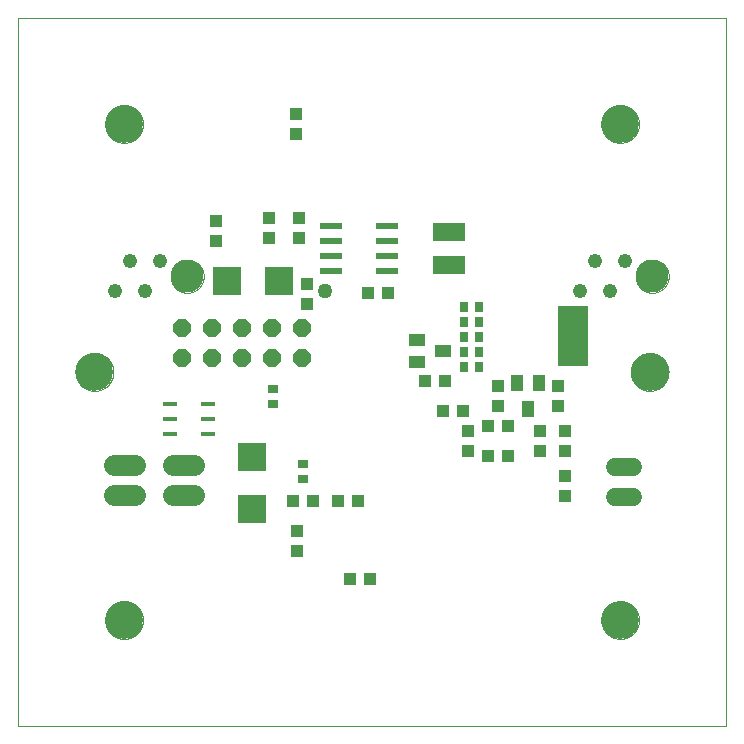
<source format=gbs>
G75*
%MOIN*%
%OFA0B0*%
%FSLAX25Y25*%
%IPPOS*%
%LPD*%
%AMOC8*
5,1,8,0,0,1.08239X$1,22.5*
%
%ADD10C,0.00000*%
%ADD11C,0.12598*%
%ADD12C,0.11024*%
%ADD13R,0.03937X0.04331*%
%ADD14R,0.10630X0.06299*%
%ADD15R,0.04331X0.03937*%
%ADD16R,0.09449X0.09449*%
%ADD17R,0.03937X0.05512*%
%ADD18R,0.05512X0.03937*%
%ADD19C,0.06000*%
%ADD20R,0.02756X0.03543*%
%ADD21C,0.05000*%
%ADD22R,0.07800X0.02200*%
%ADD23R,0.03543X0.02756*%
%ADD24OC8,0.06000*%
%ADD25C,0.07087*%
%ADD26R,0.10000X0.20000*%
%ADD27C,0.04800*%
%ADD28R,0.04800X0.01600*%
D10*
X0001000Y0001000D02*
X0001000Y0237220D01*
X0237220Y0237220D01*
X0237220Y0001000D01*
X0001000Y0001000D01*
X0030134Y0036433D02*
X0030136Y0036591D01*
X0030142Y0036749D01*
X0030152Y0036907D01*
X0030166Y0037065D01*
X0030184Y0037222D01*
X0030205Y0037379D01*
X0030231Y0037535D01*
X0030261Y0037691D01*
X0030294Y0037846D01*
X0030332Y0037999D01*
X0030373Y0038152D01*
X0030418Y0038304D01*
X0030467Y0038455D01*
X0030520Y0038604D01*
X0030576Y0038752D01*
X0030636Y0038898D01*
X0030700Y0039043D01*
X0030768Y0039186D01*
X0030839Y0039328D01*
X0030913Y0039468D01*
X0030991Y0039605D01*
X0031073Y0039741D01*
X0031157Y0039875D01*
X0031246Y0040006D01*
X0031337Y0040135D01*
X0031432Y0040262D01*
X0031529Y0040387D01*
X0031630Y0040509D01*
X0031734Y0040628D01*
X0031841Y0040745D01*
X0031951Y0040859D01*
X0032064Y0040970D01*
X0032179Y0041079D01*
X0032297Y0041184D01*
X0032418Y0041286D01*
X0032541Y0041386D01*
X0032667Y0041482D01*
X0032795Y0041575D01*
X0032925Y0041665D01*
X0033058Y0041751D01*
X0033193Y0041835D01*
X0033329Y0041914D01*
X0033468Y0041991D01*
X0033609Y0042063D01*
X0033751Y0042133D01*
X0033895Y0042198D01*
X0034041Y0042260D01*
X0034188Y0042318D01*
X0034337Y0042373D01*
X0034487Y0042424D01*
X0034638Y0042471D01*
X0034790Y0042514D01*
X0034943Y0042553D01*
X0035098Y0042589D01*
X0035253Y0042620D01*
X0035409Y0042648D01*
X0035565Y0042672D01*
X0035722Y0042692D01*
X0035880Y0042708D01*
X0036037Y0042720D01*
X0036196Y0042728D01*
X0036354Y0042732D01*
X0036512Y0042732D01*
X0036670Y0042728D01*
X0036829Y0042720D01*
X0036986Y0042708D01*
X0037144Y0042692D01*
X0037301Y0042672D01*
X0037457Y0042648D01*
X0037613Y0042620D01*
X0037768Y0042589D01*
X0037923Y0042553D01*
X0038076Y0042514D01*
X0038228Y0042471D01*
X0038379Y0042424D01*
X0038529Y0042373D01*
X0038678Y0042318D01*
X0038825Y0042260D01*
X0038971Y0042198D01*
X0039115Y0042133D01*
X0039257Y0042063D01*
X0039398Y0041991D01*
X0039537Y0041914D01*
X0039673Y0041835D01*
X0039808Y0041751D01*
X0039941Y0041665D01*
X0040071Y0041575D01*
X0040199Y0041482D01*
X0040325Y0041386D01*
X0040448Y0041286D01*
X0040569Y0041184D01*
X0040687Y0041079D01*
X0040802Y0040970D01*
X0040915Y0040859D01*
X0041025Y0040745D01*
X0041132Y0040628D01*
X0041236Y0040509D01*
X0041337Y0040387D01*
X0041434Y0040262D01*
X0041529Y0040135D01*
X0041620Y0040006D01*
X0041709Y0039875D01*
X0041793Y0039741D01*
X0041875Y0039605D01*
X0041953Y0039468D01*
X0042027Y0039328D01*
X0042098Y0039186D01*
X0042166Y0039043D01*
X0042230Y0038898D01*
X0042290Y0038752D01*
X0042346Y0038604D01*
X0042399Y0038455D01*
X0042448Y0038304D01*
X0042493Y0038152D01*
X0042534Y0037999D01*
X0042572Y0037846D01*
X0042605Y0037691D01*
X0042635Y0037535D01*
X0042661Y0037379D01*
X0042682Y0037222D01*
X0042700Y0037065D01*
X0042714Y0036907D01*
X0042724Y0036749D01*
X0042730Y0036591D01*
X0042732Y0036433D01*
X0042730Y0036275D01*
X0042724Y0036117D01*
X0042714Y0035959D01*
X0042700Y0035801D01*
X0042682Y0035644D01*
X0042661Y0035487D01*
X0042635Y0035331D01*
X0042605Y0035175D01*
X0042572Y0035020D01*
X0042534Y0034867D01*
X0042493Y0034714D01*
X0042448Y0034562D01*
X0042399Y0034411D01*
X0042346Y0034262D01*
X0042290Y0034114D01*
X0042230Y0033968D01*
X0042166Y0033823D01*
X0042098Y0033680D01*
X0042027Y0033538D01*
X0041953Y0033398D01*
X0041875Y0033261D01*
X0041793Y0033125D01*
X0041709Y0032991D01*
X0041620Y0032860D01*
X0041529Y0032731D01*
X0041434Y0032604D01*
X0041337Y0032479D01*
X0041236Y0032357D01*
X0041132Y0032238D01*
X0041025Y0032121D01*
X0040915Y0032007D01*
X0040802Y0031896D01*
X0040687Y0031787D01*
X0040569Y0031682D01*
X0040448Y0031580D01*
X0040325Y0031480D01*
X0040199Y0031384D01*
X0040071Y0031291D01*
X0039941Y0031201D01*
X0039808Y0031115D01*
X0039673Y0031031D01*
X0039537Y0030952D01*
X0039398Y0030875D01*
X0039257Y0030803D01*
X0039115Y0030733D01*
X0038971Y0030668D01*
X0038825Y0030606D01*
X0038678Y0030548D01*
X0038529Y0030493D01*
X0038379Y0030442D01*
X0038228Y0030395D01*
X0038076Y0030352D01*
X0037923Y0030313D01*
X0037768Y0030277D01*
X0037613Y0030246D01*
X0037457Y0030218D01*
X0037301Y0030194D01*
X0037144Y0030174D01*
X0036986Y0030158D01*
X0036829Y0030146D01*
X0036670Y0030138D01*
X0036512Y0030134D01*
X0036354Y0030134D01*
X0036196Y0030138D01*
X0036037Y0030146D01*
X0035880Y0030158D01*
X0035722Y0030174D01*
X0035565Y0030194D01*
X0035409Y0030218D01*
X0035253Y0030246D01*
X0035098Y0030277D01*
X0034943Y0030313D01*
X0034790Y0030352D01*
X0034638Y0030395D01*
X0034487Y0030442D01*
X0034337Y0030493D01*
X0034188Y0030548D01*
X0034041Y0030606D01*
X0033895Y0030668D01*
X0033751Y0030733D01*
X0033609Y0030803D01*
X0033468Y0030875D01*
X0033329Y0030952D01*
X0033193Y0031031D01*
X0033058Y0031115D01*
X0032925Y0031201D01*
X0032795Y0031291D01*
X0032667Y0031384D01*
X0032541Y0031480D01*
X0032418Y0031580D01*
X0032297Y0031682D01*
X0032179Y0031787D01*
X0032064Y0031896D01*
X0031951Y0032007D01*
X0031841Y0032121D01*
X0031734Y0032238D01*
X0031630Y0032357D01*
X0031529Y0032479D01*
X0031432Y0032604D01*
X0031337Y0032731D01*
X0031246Y0032860D01*
X0031157Y0032991D01*
X0031073Y0033125D01*
X0030991Y0033261D01*
X0030913Y0033398D01*
X0030839Y0033538D01*
X0030768Y0033680D01*
X0030700Y0033823D01*
X0030636Y0033968D01*
X0030576Y0034114D01*
X0030520Y0034262D01*
X0030467Y0034411D01*
X0030418Y0034562D01*
X0030373Y0034714D01*
X0030332Y0034867D01*
X0030294Y0035020D01*
X0030261Y0035175D01*
X0030231Y0035331D01*
X0030205Y0035487D01*
X0030184Y0035644D01*
X0030166Y0035801D01*
X0030152Y0035959D01*
X0030142Y0036117D01*
X0030136Y0036275D01*
X0030134Y0036433D01*
X0020292Y0119110D02*
X0020294Y0119268D01*
X0020300Y0119426D01*
X0020310Y0119584D01*
X0020324Y0119742D01*
X0020342Y0119899D01*
X0020363Y0120056D01*
X0020389Y0120212D01*
X0020419Y0120368D01*
X0020452Y0120523D01*
X0020490Y0120676D01*
X0020531Y0120829D01*
X0020576Y0120981D01*
X0020625Y0121132D01*
X0020678Y0121281D01*
X0020734Y0121429D01*
X0020794Y0121575D01*
X0020858Y0121720D01*
X0020926Y0121863D01*
X0020997Y0122005D01*
X0021071Y0122145D01*
X0021149Y0122282D01*
X0021231Y0122418D01*
X0021315Y0122552D01*
X0021404Y0122683D01*
X0021495Y0122812D01*
X0021590Y0122939D01*
X0021687Y0123064D01*
X0021788Y0123186D01*
X0021892Y0123305D01*
X0021999Y0123422D01*
X0022109Y0123536D01*
X0022222Y0123647D01*
X0022337Y0123756D01*
X0022455Y0123861D01*
X0022576Y0123963D01*
X0022699Y0124063D01*
X0022825Y0124159D01*
X0022953Y0124252D01*
X0023083Y0124342D01*
X0023216Y0124428D01*
X0023351Y0124512D01*
X0023487Y0124591D01*
X0023626Y0124668D01*
X0023767Y0124740D01*
X0023909Y0124810D01*
X0024053Y0124875D01*
X0024199Y0124937D01*
X0024346Y0124995D01*
X0024495Y0125050D01*
X0024645Y0125101D01*
X0024796Y0125148D01*
X0024948Y0125191D01*
X0025101Y0125230D01*
X0025256Y0125266D01*
X0025411Y0125297D01*
X0025567Y0125325D01*
X0025723Y0125349D01*
X0025880Y0125369D01*
X0026038Y0125385D01*
X0026195Y0125397D01*
X0026354Y0125405D01*
X0026512Y0125409D01*
X0026670Y0125409D01*
X0026828Y0125405D01*
X0026987Y0125397D01*
X0027144Y0125385D01*
X0027302Y0125369D01*
X0027459Y0125349D01*
X0027615Y0125325D01*
X0027771Y0125297D01*
X0027926Y0125266D01*
X0028081Y0125230D01*
X0028234Y0125191D01*
X0028386Y0125148D01*
X0028537Y0125101D01*
X0028687Y0125050D01*
X0028836Y0124995D01*
X0028983Y0124937D01*
X0029129Y0124875D01*
X0029273Y0124810D01*
X0029415Y0124740D01*
X0029556Y0124668D01*
X0029695Y0124591D01*
X0029831Y0124512D01*
X0029966Y0124428D01*
X0030099Y0124342D01*
X0030229Y0124252D01*
X0030357Y0124159D01*
X0030483Y0124063D01*
X0030606Y0123963D01*
X0030727Y0123861D01*
X0030845Y0123756D01*
X0030960Y0123647D01*
X0031073Y0123536D01*
X0031183Y0123422D01*
X0031290Y0123305D01*
X0031394Y0123186D01*
X0031495Y0123064D01*
X0031592Y0122939D01*
X0031687Y0122812D01*
X0031778Y0122683D01*
X0031867Y0122552D01*
X0031951Y0122418D01*
X0032033Y0122282D01*
X0032111Y0122145D01*
X0032185Y0122005D01*
X0032256Y0121863D01*
X0032324Y0121720D01*
X0032388Y0121575D01*
X0032448Y0121429D01*
X0032504Y0121281D01*
X0032557Y0121132D01*
X0032606Y0120981D01*
X0032651Y0120829D01*
X0032692Y0120676D01*
X0032730Y0120523D01*
X0032763Y0120368D01*
X0032793Y0120212D01*
X0032819Y0120056D01*
X0032840Y0119899D01*
X0032858Y0119742D01*
X0032872Y0119584D01*
X0032882Y0119426D01*
X0032888Y0119268D01*
X0032890Y0119110D01*
X0032888Y0118952D01*
X0032882Y0118794D01*
X0032872Y0118636D01*
X0032858Y0118478D01*
X0032840Y0118321D01*
X0032819Y0118164D01*
X0032793Y0118008D01*
X0032763Y0117852D01*
X0032730Y0117697D01*
X0032692Y0117544D01*
X0032651Y0117391D01*
X0032606Y0117239D01*
X0032557Y0117088D01*
X0032504Y0116939D01*
X0032448Y0116791D01*
X0032388Y0116645D01*
X0032324Y0116500D01*
X0032256Y0116357D01*
X0032185Y0116215D01*
X0032111Y0116075D01*
X0032033Y0115938D01*
X0031951Y0115802D01*
X0031867Y0115668D01*
X0031778Y0115537D01*
X0031687Y0115408D01*
X0031592Y0115281D01*
X0031495Y0115156D01*
X0031394Y0115034D01*
X0031290Y0114915D01*
X0031183Y0114798D01*
X0031073Y0114684D01*
X0030960Y0114573D01*
X0030845Y0114464D01*
X0030727Y0114359D01*
X0030606Y0114257D01*
X0030483Y0114157D01*
X0030357Y0114061D01*
X0030229Y0113968D01*
X0030099Y0113878D01*
X0029966Y0113792D01*
X0029831Y0113708D01*
X0029695Y0113629D01*
X0029556Y0113552D01*
X0029415Y0113480D01*
X0029273Y0113410D01*
X0029129Y0113345D01*
X0028983Y0113283D01*
X0028836Y0113225D01*
X0028687Y0113170D01*
X0028537Y0113119D01*
X0028386Y0113072D01*
X0028234Y0113029D01*
X0028081Y0112990D01*
X0027926Y0112954D01*
X0027771Y0112923D01*
X0027615Y0112895D01*
X0027459Y0112871D01*
X0027302Y0112851D01*
X0027144Y0112835D01*
X0026987Y0112823D01*
X0026828Y0112815D01*
X0026670Y0112811D01*
X0026512Y0112811D01*
X0026354Y0112815D01*
X0026195Y0112823D01*
X0026038Y0112835D01*
X0025880Y0112851D01*
X0025723Y0112871D01*
X0025567Y0112895D01*
X0025411Y0112923D01*
X0025256Y0112954D01*
X0025101Y0112990D01*
X0024948Y0113029D01*
X0024796Y0113072D01*
X0024645Y0113119D01*
X0024495Y0113170D01*
X0024346Y0113225D01*
X0024199Y0113283D01*
X0024053Y0113345D01*
X0023909Y0113410D01*
X0023767Y0113480D01*
X0023626Y0113552D01*
X0023487Y0113629D01*
X0023351Y0113708D01*
X0023216Y0113792D01*
X0023083Y0113878D01*
X0022953Y0113968D01*
X0022825Y0114061D01*
X0022699Y0114157D01*
X0022576Y0114257D01*
X0022455Y0114359D01*
X0022337Y0114464D01*
X0022222Y0114573D01*
X0022109Y0114684D01*
X0021999Y0114798D01*
X0021892Y0114915D01*
X0021788Y0115034D01*
X0021687Y0115156D01*
X0021590Y0115281D01*
X0021495Y0115408D01*
X0021404Y0115537D01*
X0021315Y0115668D01*
X0021231Y0115802D01*
X0021149Y0115938D01*
X0021071Y0116075D01*
X0020997Y0116215D01*
X0020926Y0116357D01*
X0020858Y0116500D01*
X0020794Y0116645D01*
X0020734Y0116791D01*
X0020678Y0116939D01*
X0020625Y0117088D01*
X0020576Y0117239D01*
X0020531Y0117391D01*
X0020490Y0117544D01*
X0020452Y0117697D01*
X0020419Y0117852D01*
X0020389Y0118008D01*
X0020363Y0118164D01*
X0020342Y0118321D01*
X0020324Y0118478D01*
X0020310Y0118636D01*
X0020300Y0118794D01*
X0020294Y0118952D01*
X0020292Y0119110D01*
X0051988Y0151000D02*
X0051990Y0151148D01*
X0051996Y0151296D01*
X0052006Y0151444D01*
X0052020Y0151591D01*
X0052038Y0151738D01*
X0052059Y0151884D01*
X0052085Y0152030D01*
X0052115Y0152175D01*
X0052148Y0152319D01*
X0052186Y0152462D01*
X0052227Y0152604D01*
X0052272Y0152745D01*
X0052320Y0152885D01*
X0052373Y0153024D01*
X0052429Y0153161D01*
X0052489Y0153296D01*
X0052552Y0153430D01*
X0052619Y0153562D01*
X0052690Y0153692D01*
X0052764Y0153820D01*
X0052841Y0153946D01*
X0052922Y0154070D01*
X0053006Y0154192D01*
X0053093Y0154311D01*
X0053184Y0154428D01*
X0053278Y0154543D01*
X0053374Y0154655D01*
X0053474Y0154765D01*
X0053576Y0154871D01*
X0053682Y0154975D01*
X0053790Y0155076D01*
X0053901Y0155174D01*
X0054014Y0155270D01*
X0054130Y0155362D01*
X0054248Y0155451D01*
X0054369Y0155536D01*
X0054492Y0155619D01*
X0054617Y0155698D01*
X0054744Y0155774D01*
X0054873Y0155846D01*
X0055004Y0155915D01*
X0055137Y0155980D01*
X0055272Y0156041D01*
X0055408Y0156099D01*
X0055545Y0156154D01*
X0055684Y0156204D01*
X0055825Y0156251D01*
X0055966Y0156294D01*
X0056109Y0156334D01*
X0056253Y0156369D01*
X0056397Y0156401D01*
X0056543Y0156428D01*
X0056689Y0156452D01*
X0056836Y0156472D01*
X0056983Y0156488D01*
X0057130Y0156500D01*
X0057278Y0156508D01*
X0057426Y0156512D01*
X0057574Y0156512D01*
X0057722Y0156508D01*
X0057870Y0156500D01*
X0058017Y0156488D01*
X0058164Y0156472D01*
X0058311Y0156452D01*
X0058457Y0156428D01*
X0058603Y0156401D01*
X0058747Y0156369D01*
X0058891Y0156334D01*
X0059034Y0156294D01*
X0059175Y0156251D01*
X0059316Y0156204D01*
X0059455Y0156154D01*
X0059592Y0156099D01*
X0059728Y0156041D01*
X0059863Y0155980D01*
X0059996Y0155915D01*
X0060127Y0155846D01*
X0060256Y0155774D01*
X0060383Y0155698D01*
X0060508Y0155619D01*
X0060631Y0155536D01*
X0060752Y0155451D01*
X0060870Y0155362D01*
X0060986Y0155270D01*
X0061099Y0155174D01*
X0061210Y0155076D01*
X0061318Y0154975D01*
X0061424Y0154871D01*
X0061526Y0154765D01*
X0061626Y0154655D01*
X0061722Y0154543D01*
X0061816Y0154428D01*
X0061907Y0154311D01*
X0061994Y0154192D01*
X0062078Y0154070D01*
X0062159Y0153946D01*
X0062236Y0153820D01*
X0062310Y0153692D01*
X0062381Y0153562D01*
X0062448Y0153430D01*
X0062511Y0153296D01*
X0062571Y0153161D01*
X0062627Y0153024D01*
X0062680Y0152885D01*
X0062728Y0152745D01*
X0062773Y0152604D01*
X0062814Y0152462D01*
X0062852Y0152319D01*
X0062885Y0152175D01*
X0062915Y0152030D01*
X0062941Y0151884D01*
X0062962Y0151738D01*
X0062980Y0151591D01*
X0062994Y0151444D01*
X0063004Y0151296D01*
X0063010Y0151148D01*
X0063012Y0151000D01*
X0063010Y0150852D01*
X0063004Y0150704D01*
X0062994Y0150556D01*
X0062980Y0150409D01*
X0062962Y0150262D01*
X0062941Y0150116D01*
X0062915Y0149970D01*
X0062885Y0149825D01*
X0062852Y0149681D01*
X0062814Y0149538D01*
X0062773Y0149396D01*
X0062728Y0149255D01*
X0062680Y0149115D01*
X0062627Y0148976D01*
X0062571Y0148839D01*
X0062511Y0148704D01*
X0062448Y0148570D01*
X0062381Y0148438D01*
X0062310Y0148308D01*
X0062236Y0148180D01*
X0062159Y0148054D01*
X0062078Y0147930D01*
X0061994Y0147808D01*
X0061907Y0147689D01*
X0061816Y0147572D01*
X0061722Y0147457D01*
X0061626Y0147345D01*
X0061526Y0147235D01*
X0061424Y0147129D01*
X0061318Y0147025D01*
X0061210Y0146924D01*
X0061099Y0146826D01*
X0060986Y0146730D01*
X0060870Y0146638D01*
X0060752Y0146549D01*
X0060631Y0146464D01*
X0060508Y0146381D01*
X0060383Y0146302D01*
X0060256Y0146226D01*
X0060127Y0146154D01*
X0059996Y0146085D01*
X0059863Y0146020D01*
X0059728Y0145959D01*
X0059592Y0145901D01*
X0059455Y0145846D01*
X0059316Y0145796D01*
X0059175Y0145749D01*
X0059034Y0145706D01*
X0058891Y0145666D01*
X0058747Y0145631D01*
X0058603Y0145599D01*
X0058457Y0145572D01*
X0058311Y0145548D01*
X0058164Y0145528D01*
X0058017Y0145512D01*
X0057870Y0145500D01*
X0057722Y0145492D01*
X0057574Y0145488D01*
X0057426Y0145488D01*
X0057278Y0145492D01*
X0057130Y0145500D01*
X0056983Y0145512D01*
X0056836Y0145528D01*
X0056689Y0145548D01*
X0056543Y0145572D01*
X0056397Y0145599D01*
X0056253Y0145631D01*
X0056109Y0145666D01*
X0055966Y0145706D01*
X0055825Y0145749D01*
X0055684Y0145796D01*
X0055545Y0145846D01*
X0055408Y0145901D01*
X0055272Y0145959D01*
X0055137Y0146020D01*
X0055004Y0146085D01*
X0054873Y0146154D01*
X0054744Y0146226D01*
X0054617Y0146302D01*
X0054492Y0146381D01*
X0054369Y0146464D01*
X0054248Y0146549D01*
X0054130Y0146638D01*
X0054014Y0146730D01*
X0053901Y0146826D01*
X0053790Y0146924D01*
X0053682Y0147025D01*
X0053576Y0147129D01*
X0053474Y0147235D01*
X0053374Y0147345D01*
X0053278Y0147457D01*
X0053184Y0147572D01*
X0053093Y0147689D01*
X0053006Y0147808D01*
X0052922Y0147930D01*
X0052841Y0148054D01*
X0052764Y0148180D01*
X0052690Y0148308D01*
X0052619Y0148438D01*
X0052552Y0148570D01*
X0052489Y0148704D01*
X0052429Y0148839D01*
X0052373Y0148976D01*
X0052320Y0149115D01*
X0052272Y0149255D01*
X0052227Y0149396D01*
X0052186Y0149538D01*
X0052148Y0149681D01*
X0052115Y0149825D01*
X0052085Y0149970D01*
X0052059Y0150116D01*
X0052038Y0150262D01*
X0052020Y0150409D01*
X0052006Y0150556D01*
X0051996Y0150704D01*
X0051990Y0150852D01*
X0051988Y0151000D01*
X0030134Y0201787D02*
X0030136Y0201945D01*
X0030142Y0202103D01*
X0030152Y0202261D01*
X0030166Y0202419D01*
X0030184Y0202576D01*
X0030205Y0202733D01*
X0030231Y0202889D01*
X0030261Y0203045D01*
X0030294Y0203200D01*
X0030332Y0203353D01*
X0030373Y0203506D01*
X0030418Y0203658D01*
X0030467Y0203809D01*
X0030520Y0203958D01*
X0030576Y0204106D01*
X0030636Y0204252D01*
X0030700Y0204397D01*
X0030768Y0204540D01*
X0030839Y0204682D01*
X0030913Y0204822D01*
X0030991Y0204959D01*
X0031073Y0205095D01*
X0031157Y0205229D01*
X0031246Y0205360D01*
X0031337Y0205489D01*
X0031432Y0205616D01*
X0031529Y0205741D01*
X0031630Y0205863D01*
X0031734Y0205982D01*
X0031841Y0206099D01*
X0031951Y0206213D01*
X0032064Y0206324D01*
X0032179Y0206433D01*
X0032297Y0206538D01*
X0032418Y0206640D01*
X0032541Y0206740D01*
X0032667Y0206836D01*
X0032795Y0206929D01*
X0032925Y0207019D01*
X0033058Y0207105D01*
X0033193Y0207189D01*
X0033329Y0207268D01*
X0033468Y0207345D01*
X0033609Y0207417D01*
X0033751Y0207487D01*
X0033895Y0207552D01*
X0034041Y0207614D01*
X0034188Y0207672D01*
X0034337Y0207727D01*
X0034487Y0207778D01*
X0034638Y0207825D01*
X0034790Y0207868D01*
X0034943Y0207907D01*
X0035098Y0207943D01*
X0035253Y0207974D01*
X0035409Y0208002D01*
X0035565Y0208026D01*
X0035722Y0208046D01*
X0035880Y0208062D01*
X0036037Y0208074D01*
X0036196Y0208082D01*
X0036354Y0208086D01*
X0036512Y0208086D01*
X0036670Y0208082D01*
X0036829Y0208074D01*
X0036986Y0208062D01*
X0037144Y0208046D01*
X0037301Y0208026D01*
X0037457Y0208002D01*
X0037613Y0207974D01*
X0037768Y0207943D01*
X0037923Y0207907D01*
X0038076Y0207868D01*
X0038228Y0207825D01*
X0038379Y0207778D01*
X0038529Y0207727D01*
X0038678Y0207672D01*
X0038825Y0207614D01*
X0038971Y0207552D01*
X0039115Y0207487D01*
X0039257Y0207417D01*
X0039398Y0207345D01*
X0039537Y0207268D01*
X0039673Y0207189D01*
X0039808Y0207105D01*
X0039941Y0207019D01*
X0040071Y0206929D01*
X0040199Y0206836D01*
X0040325Y0206740D01*
X0040448Y0206640D01*
X0040569Y0206538D01*
X0040687Y0206433D01*
X0040802Y0206324D01*
X0040915Y0206213D01*
X0041025Y0206099D01*
X0041132Y0205982D01*
X0041236Y0205863D01*
X0041337Y0205741D01*
X0041434Y0205616D01*
X0041529Y0205489D01*
X0041620Y0205360D01*
X0041709Y0205229D01*
X0041793Y0205095D01*
X0041875Y0204959D01*
X0041953Y0204822D01*
X0042027Y0204682D01*
X0042098Y0204540D01*
X0042166Y0204397D01*
X0042230Y0204252D01*
X0042290Y0204106D01*
X0042346Y0203958D01*
X0042399Y0203809D01*
X0042448Y0203658D01*
X0042493Y0203506D01*
X0042534Y0203353D01*
X0042572Y0203200D01*
X0042605Y0203045D01*
X0042635Y0202889D01*
X0042661Y0202733D01*
X0042682Y0202576D01*
X0042700Y0202419D01*
X0042714Y0202261D01*
X0042724Y0202103D01*
X0042730Y0201945D01*
X0042732Y0201787D01*
X0042730Y0201629D01*
X0042724Y0201471D01*
X0042714Y0201313D01*
X0042700Y0201155D01*
X0042682Y0200998D01*
X0042661Y0200841D01*
X0042635Y0200685D01*
X0042605Y0200529D01*
X0042572Y0200374D01*
X0042534Y0200221D01*
X0042493Y0200068D01*
X0042448Y0199916D01*
X0042399Y0199765D01*
X0042346Y0199616D01*
X0042290Y0199468D01*
X0042230Y0199322D01*
X0042166Y0199177D01*
X0042098Y0199034D01*
X0042027Y0198892D01*
X0041953Y0198752D01*
X0041875Y0198615D01*
X0041793Y0198479D01*
X0041709Y0198345D01*
X0041620Y0198214D01*
X0041529Y0198085D01*
X0041434Y0197958D01*
X0041337Y0197833D01*
X0041236Y0197711D01*
X0041132Y0197592D01*
X0041025Y0197475D01*
X0040915Y0197361D01*
X0040802Y0197250D01*
X0040687Y0197141D01*
X0040569Y0197036D01*
X0040448Y0196934D01*
X0040325Y0196834D01*
X0040199Y0196738D01*
X0040071Y0196645D01*
X0039941Y0196555D01*
X0039808Y0196469D01*
X0039673Y0196385D01*
X0039537Y0196306D01*
X0039398Y0196229D01*
X0039257Y0196157D01*
X0039115Y0196087D01*
X0038971Y0196022D01*
X0038825Y0195960D01*
X0038678Y0195902D01*
X0038529Y0195847D01*
X0038379Y0195796D01*
X0038228Y0195749D01*
X0038076Y0195706D01*
X0037923Y0195667D01*
X0037768Y0195631D01*
X0037613Y0195600D01*
X0037457Y0195572D01*
X0037301Y0195548D01*
X0037144Y0195528D01*
X0036986Y0195512D01*
X0036829Y0195500D01*
X0036670Y0195492D01*
X0036512Y0195488D01*
X0036354Y0195488D01*
X0036196Y0195492D01*
X0036037Y0195500D01*
X0035880Y0195512D01*
X0035722Y0195528D01*
X0035565Y0195548D01*
X0035409Y0195572D01*
X0035253Y0195600D01*
X0035098Y0195631D01*
X0034943Y0195667D01*
X0034790Y0195706D01*
X0034638Y0195749D01*
X0034487Y0195796D01*
X0034337Y0195847D01*
X0034188Y0195902D01*
X0034041Y0195960D01*
X0033895Y0196022D01*
X0033751Y0196087D01*
X0033609Y0196157D01*
X0033468Y0196229D01*
X0033329Y0196306D01*
X0033193Y0196385D01*
X0033058Y0196469D01*
X0032925Y0196555D01*
X0032795Y0196645D01*
X0032667Y0196738D01*
X0032541Y0196834D01*
X0032418Y0196934D01*
X0032297Y0197036D01*
X0032179Y0197141D01*
X0032064Y0197250D01*
X0031951Y0197361D01*
X0031841Y0197475D01*
X0031734Y0197592D01*
X0031630Y0197711D01*
X0031529Y0197833D01*
X0031432Y0197958D01*
X0031337Y0198085D01*
X0031246Y0198214D01*
X0031157Y0198345D01*
X0031073Y0198479D01*
X0030991Y0198615D01*
X0030913Y0198752D01*
X0030839Y0198892D01*
X0030768Y0199034D01*
X0030700Y0199177D01*
X0030636Y0199322D01*
X0030576Y0199468D01*
X0030520Y0199616D01*
X0030467Y0199765D01*
X0030418Y0199916D01*
X0030373Y0200068D01*
X0030332Y0200221D01*
X0030294Y0200374D01*
X0030261Y0200529D01*
X0030231Y0200685D01*
X0030205Y0200841D01*
X0030184Y0200998D01*
X0030166Y0201155D01*
X0030152Y0201313D01*
X0030142Y0201471D01*
X0030136Y0201629D01*
X0030134Y0201787D01*
X0195488Y0201787D02*
X0195490Y0201945D01*
X0195496Y0202103D01*
X0195506Y0202261D01*
X0195520Y0202419D01*
X0195538Y0202576D01*
X0195559Y0202733D01*
X0195585Y0202889D01*
X0195615Y0203045D01*
X0195648Y0203200D01*
X0195686Y0203353D01*
X0195727Y0203506D01*
X0195772Y0203658D01*
X0195821Y0203809D01*
X0195874Y0203958D01*
X0195930Y0204106D01*
X0195990Y0204252D01*
X0196054Y0204397D01*
X0196122Y0204540D01*
X0196193Y0204682D01*
X0196267Y0204822D01*
X0196345Y0204959D01*
X0196427Y0205095D01*
X0196511Y0205229D01*
X0196600Y0205360D01*
X0196691Y0205489D01*
X0196786Y0205616D01*
X0196883Y0205741D01*
X0196984Y0205863D01*
X0197088Y0205982D01*
X0197195Y0206099D01*
X0197305Y0206213D01*
X0197418Y0206324D01*
X0197533Y0206433D01*
X0197651Y0206538D01*
X0197772Y0206640D01*
X0197895Y0206740D01*
X0198021Y0206836D01*
X0198149Y0206929D01*
X0198279Y0207019D01*
X0198412Y0207105D01*
X0198547Y0207189D01*
X0198683Y0207268D01*
X0198822Y0207345D01*
X0198963Y0207417D01*
X0199105Y0207487D01*
X0199249Y0207552D01*
X0199395Y0207614D01*
X0199542Y0207672D01*
X0199691Y0207727D01*
X0199841Y0207778D01*
X0199992Y0207825D01*
X0200144Y0207868D01*
X0200297Y0207907D01*
X0200452Y0207943D01*
X0200607Y0207974D01*
X0200763Y0208002D01*
X0200919Y0208026D01*
X0201076Y0208046D01*
X0201234Y0208062D01*
X0201391Y0208074D01*
X0201550Y0208082D01*
X0201708Y0208086D01*
X0201866Y0208086D01*
X0202024Y0208082D01*
X0202183Y0208074D01*
X0202340Y0208062D01*
X0202498Y0208046D01*
X0202655Y0208026D01*
X0202811Y0208002D01*
X0202967Y0207974D01*
X0203122Y0207943D01*
X0203277Y0207907D01*
X0203430Y0207868D01*
X0203582Y0207825D01*
X0203733Y0207778D01*
X0203883Y0207727D01*
X0204032Y0207672D01*
X0204179Y0207614D01*
X0204325Y0207552D01*
X0204469Y0207487D01*
X0204611Y0207417D01*
X0204752Y0207345D01*
X0204891Y0207268D01*
X0205027Y0207189D01*
X0205162Y0207105D01*
X0205295Y0207019D01*
X0205425Y0206929D01*
X0205553Y0206836D01*
X0205679Y0206740D01*
X0205802Y0206640D01*
X0205923Y0206538D01*
X0206041Y0206433D01*
X0206156Y0206324D01*
X0206269Y0206213D01*
X0206379Y0206099D01*
X0206486Y0205982D01*
X0206590Y0205863D01*
X0206691Y0205741D01*
X0206788Y0205616D01*
X0206883Y0205489D01*
X0206974Y0205360D01*
X0207063Y0205229D01*
X0207147Y0205095D01*
X0207229Y0204959D01*
X0207307Y0204822D01*
X0207381Y0204682D01*
X0207452Y0204540D01*
X0207520Y0204397D01*
X0207584Y0204252D01*
X0207644Y0204106D01*
X0207700Y0203958D01*
X0207753Y0203809D01*
X0207802Y0203658D01*
X0207847Y0203506D01*
X0207888Y0203353D01*
X0207926Y0203200D01*
X0207959Y0203045D01*
X0207989Y0202889D01*
X0208015Y0202733D01*
X0208036Y0202576D01*
X0208054Y0202419D01*
X0208068Y0202261D01*
X0208078Y0202103D01*
X0208084Y0201945D01*
X0208086Y0201787D01*
X0208084Y0201629D01*
X0208078Y0201471D01*
X0208068Y0201313D01*
X0208054Y0201155D01*
X0208036Y0200998D01*
X0208015Y0200841D01*
X0207989Y0200685D01*
X0207959Y0200529D01*
X0207926Y0200374D01*
X0207888Y0200221D01*
X0207847Y0200068D01*
X0207802Y0199916D01*
X0207753Y0199765D01*
X0207700Y0199616D01*
X0207644Y0199468D01*
X0207584Y0199322D01*
X0207520Y0199177D01*
X0207452Y0199034D01*
X0207381Y0198892D01*
X0207307Y0198752D01*
X0207229Y0198615D01*
X0207147Y0198479D01*
X0207063Y0198345D01*
X0206974Y0198214D01*
X0206883Y0198085D01*
X0206788Y0197958D01*
X0206691Y0197833D01*
X0206590Y0197711D01*
X0206486Y0197592D01*
X0206379Y0197475D01*
X0206269Y0197361D01*
X0206156Y0197250D01*
X0206041Y0197141D01*
X0205923Y0197036D01*
X0205802Y0196934D01*
X0205679Y0196834D01*
X0205553Y0196738D01*
X0205425Y0196645D01*
X0205295Y0196555D01*
X0205162Y0196469D01*
X0205027Y0196385D01*
X0204891Y0196306D01*
X0204752Y0196229D01*
X0204611Y0196157D01*
X0204469Y0196087D01*
X0204325Y0196022D01*
X0204179Y0195960D01*
X0204032Y0195902D01*
X0203883Y0195847D01*
X0203733Y0195796D01*
X0203582Y0195749D01*
X0203430Y0195706D01*
X0203277Y0195667D01*
X0203122Y0195631D01*
X0202967Y0195600D01*
X0202811Y0195572D01*
X0202655Y0195548D01*
X0202498Y0195528D01*
X0202340Y0195512D01*
X0202183Y0195500D01*
X0202024Y0195492D01*
X0201866Y0195488D01*
X0201708Y0195488D01*
X0201550Y0195492D01*
X0201391Y0195500D01*
X0201234Y0195512D01*
X0201076Y0195528D01*
X0200919Y0195548D01*
X0200763Y0195572D01*
X0200607Y0195600D01*
X0200452Y0195631D01*
X0200297Y0195667D01*
X0200144Y0195706D01*
X0199992Y0195749D01*
X0199841Y0195796D01*
X0199691Y0195847D01*
X0199542Y0195902D01*
X0199395Y0195960D01*
X0199249Y0196022D01*
X0199105Y0196087D01*
X0198963Y0196157D01*
X0198822Y0196229D01*
X0198683Y0196306D01*
X0198547Y0196385D01*
X0198412Y0196469D01*
X0198279Y0196555D01*
X0198149Y0196645D01*
X0198021Y0196738D01*
X0197895Y0196834D01*
X0197772Y0196934D01*
X0197651Y0197036D01*
X0197533Y0197141D01*
X0197418Y0197250D01*
X0197305Y0197361D01*
X0197195Y0197475D01*
X0197088Y0197592D01*
X0196984Y0197711D01*
X0196883Y0197833D01*
X0196786Y0197958D01*
X0196691Y0198085D01*
X0196600Y0198214D01*
X0196511Y0198345D01*
X0196427Y0198479D01*
X0196345Y0198615D01*
X0196267Y0198752D01*
X0196193Y0198892D01*
X0196122Y0199034D01*
X0196054Y0199177D01*
X0195990Y0199322D01*
X0195930Y0199468D01*
X0195874Y0199616D01*
X0195821Y0199765D01*
X0195772Y0199916D01*
X0195727Y0200068D01*
X0195686Y0200221D01*
X0195648Y0200374D01*
X0195615Y0200529D01*
X0195585Y0200685D01*
X0195559Y0200841D01*
X0195538Y0200998D01*
X0195520Y0201155D01*
X0195506Y0201313D01*
X0195496Y0201471D01*
X0195490Y0201629D01*
X0195488Y0201787D01*
X0206988Y0151000D02*
X0206990Y0151148D01*
X0206996Y0151296D01*
X0207006Y0151444D01*
X0207020Y0151591D01*
X0207038Y0151738D01*
X0207059Y0151884D01*
X0207085Y0152030D01*
X0207115Y0152175D01*
X0207148Y0152319D01*
X0207186Y0152462D01*
X0207227Y0152604D01*
X0207272Y0152745D01*
X0207320Y0152885D01*
X0207373Y0153024D01*
X0207429Y0153161D01*
X0207489Y0153296D01*
X0207552Y0153430D01*
X0207619Y0153562D01*
X0207690Y0153692D01*
X0207764Y0153820D01*
X0207841Y0153946D01*
X0207922Y0154070D01*
X0208006Y0154192D01*
X0208093Y0154311D01*
X0208184Y0154428D01*
X0208278Y0154543D01*
X0208374Y0154655D01*
X0208474Y0154765D01*
X0208576Y0154871D01*
X0208682Y0154975D01*
X0208790Y0155076D01*
X0208901Y0155174D01*
X0209014Y0155270D01*
X0209130Y0155362D01*
X0209248Y0155451D01*
X0209369Y0155536D01*
X0209492Y0155619D01*
X0209617Y0155698D01*
X0209744Y0155774D01*
X0209873Y0155846D01*
X0210004Y0155915D01*
X0210137Y0155980D01*
X0210272Y0156041D01*
X0210408Y0156099D01*
X0210545Y0156154D01*
X0210684Y0156204D01*
X0210825Y0156251D01*
X0210966Y0156294D01*
X0211109Y0156334D01*
X0211253Y0156369D01*
X0211397Y0156401D01*
X0211543Y0156428D01*
X0211689Y0156452D01*
X0211836Y0156472D01*
X0211983Y0156488D01*
X0212130Y0156500D01*
X0212278Y0156508D01*
X0212426Y0156512D01*
X0212574Y0156512D01*
X0212722Y0156508D01*
X0212870Y0156500D01*
X0213017Y0156488D01*
X0213164Y0156472D01*
X0213311Y0156452D01*
X0213457Y0156428D01*
X0213603Y0156401D01*
X0213747Y0156369D01*
X0213891Y0156334D01*
X0214034Y0156294D01*
X0214175Y0156251D01*
X0214316Y0156204D01*
X0214455Y0156154D01*
X0214592Y0156099D01*
X0214728Y0156041D01*
X0214863Y0155980D01*
X0214996Y0155915D01*
X0215127Y0155846D01*
X0215256Y0155774D01*
X0215383Y0155698D01*
X0215508Y0155619D01*
X0215631Y0155536D01*
X0215752Y0155451D01*
X0215870Y0155362D01*
X0215986Y0155270D01*
X0216099Y0155174D01*
X0216210Y0155076D01*
X0216318Y0154975D01*
X0216424Y0154871D01*
X0216526Y0154765D01*
X0216626Y0154655D01*
X0216722Y0154543D01*
X0216816Y0154428D01*
X0216907Y0154311D01*
X0216994Y0154192D01*
X0217078Y0154070D01*
X0217159Y0153946D01*
X0217236Y0153820D01*
X0217310Y0153692D01*
X0217381Y0153562D01*
X0217448Y0153430D01*
X0217511Y0153296D01*
X0217571Y0153161D01*
X0217627Y0153024D01*
X0217680Y0152885D01*
X0217728Y0152745D01*
X0217773Y0152604D01*
X0217814Y0152462D01*
X0217852Y0152319D01*
X0217885Y0152175D01*
X0217915Y0152030D01*
X0217941Y0151884D01*
X0217962Y0151738D01*
X0217980Y0151591D01*
X0217994Y0151444D01*
X0218004Y0151296D01*
X0218010Y0151148D01*
X0218012Y0151000D01*
X0218010Y0150852D01*
X0218004Y0150704D01*
X0217994Y0150556D01*
X0217980Y0150409D01*
X0217962Y0150262D01*
X0217941Y0150116D01*
X0217915Y0149970D01*
X0217885Y0149825D01*
X0217852Y0149681D01*
X0217814Y0149538D01*
X0217773Y0149396D01*
X0217728Y0149255D01*
X0217680Y0149115D01*
X0217627Y0148976D01*
X0217571Y0148839D01*
X0217511Y0148704D01*
X0217448Y0148570D01*
X0217381Y0148438D01*
X0217310Y0148308D01*
X0217236Y0148180D01*
X0217159Y0148054D01*
X0217078Y0147930D01*
X0216994Y0147808D01*
X0216907Y0147689D01*
X0216816Y0147572D01*
X0216722Y0147457D01*
X0216626Y0147345D01*
X0216526Y0147235D01*
X0216424Y0147129D01*
X0216318Y0147025D01*
X0216210Y0146924D01*
X0216099Y0146826D01*
X0215986Y0146730D01*
X0215870Y0146638D01*
X0215752Y0146549D01*
X0215631Y0146464D01*
X0215508Y0146381D01*
X0215383Y0146302D01*
X0215256Y0146226D01*
X0215127Y0146154D01*
X0214996Y0146085D01*
X0214863Y0146020D01*
X0214728Y0145959D01*
X0214592Y0145901D01*
X0214455Y0145846D01*
X0214316Y0145796D01*
X0214175Y0145749D01*
X0214034Y0145706D01*
X0213891Y0145666D01*
X0213747Y0145631D01*
X0213603Y0145599D01*
X0213457Y0145572D01*
X0213311Y0145548D01*
X0213164Y0145528D01*
X0213017Y0145512D01*
X0212870Y0145500D01*
X0212722Y0145492D01*
X0212574Y0145488D01*
X0212426Y0145488D01*
X0212278Y0145492D01*
X0212130Y0145500D01*
X0211983Y0145512D01*
X0211836Y0145528D01*
X0211689Y0145548D01*
X0211543Y0145572D01*
X0211397Y0145599D01*
X0211253Y0145631D01*
X0211109Y0145666D01*
X0210966Y0145706D01*
X0210825Y0145749D01*
X0210684Y0145796D01*
X0210545Y0145846D01*
X0210408Y0145901D01*
X0210272Y0145959D01*
X0210137Y0146020D01*
X0210004Y0146085D01*
X0209873Y0146154D01*
X0209744Y0146226D01*
X0209617Y0146302D01*
X0209492Y0146381D01*
X0209369Y0146464D01*
X0209248Y0146549D01*
X0209130Y0146638D01*
X0209014Y0146730D01*
X0208901Y0146826D01*
X0208790Y0146924D01*
X0208682Y0147025D01*
X0208576Y0147129D01*
X0208474Y0147235D01*
X0208374Y0147345D01*
X0208278Y0147457D01*
X0208184Y0147572D01*
X0208093Y0147689D01*
X0208006Y0147808D01*
X0207922Y0147930D01*
X0207841Y0148054D01*
X0207764Y0148180D01*
X0207690Y0148308D01*
X0207619Y0148438D01*
X0207552Y0148570D01*
X0207489Y0148704D01*
X0207429Y0148839D01*
X0207373Y0148976D01*
X0207320Y0149115D01*
X0207272Y0149255D01*
X0207227Y0149396D01*
X0207186Y0149538D01*
X0207148Y0149681D01*
X0207115Y0149825D01*
X0207085Y0149970D01*
X0207059Y0150116D01*
X0207038Y0150262D01*
X0207020Y0150409D01*
X0207006Y0150556D01*
X0206996Y0150704D01*
X0206990Y0150852D01*
X0206988Y0151000D01*
X0205331Y0119110D02*
X0205333Y0119268D01*
X0205339Y0119426D01*
X0205349Y0119584D01*
X0205363Y0119742D01*
X0205381Y0119899D01*
X0205402Y0120056D01*
X0205428Y0120212D01*
X0205458Y0120368D01*
X0205491Y0120523D01*
X0205529Y0120676D01*
X0205570Y0120829D01*
X0205615Y0120981D01*
X0205664Y0121132D01*
X0205717Y0121281D01*
X0205773Y0121429D01*
X0205833Y0121575D01*
X0205897Y0121720D01*
X0205965Y0121863D01*
X0206036Y0122005D01*
X0206110Y0122145D01*
X0206188Y0122282D01*
X0206270Y0122418D01*
X0206354Y0122552D01*
X0206443Y0122683D01*
X0206534Y0122812D01*
X0206629Y0122939D01*
X0206726Y0123064D01*
X0206827Y0123186D01*
X0206931Y0123305D01*
X0207038Y0123422D01*
X0207148Y0123536D01*
X0207261Y0123647D01*
X0207376Y0123756D01*
X0207494Y0123861D01*
X0207615Y0123963D01*
X0207738Y0124063D01*
X0207864Y0124159D01*
X0207992Y0124252D01*
X0208122Y0124342D01*
X0208255Y0124428D01*
X0208390Y0124512D01*
X0208526Y0124591D01*
X0208665Y0124668D01*
X0208806Y0124740D01*
X0208948Y0124810D01*
X0209092Y0124875D01*
X0209238Y0124937D01*
X0209385Y0124995D01*
X0209534Y0125050D01*
X0209684Y0125101D01*
X0209835Y0125148D01*
X0209987Y0125191D01*
X0210140Y0125230D01*
X0210295Y0125266D01*
X0210450Y0125297D01*
X0210606Y0125325D01*
X0210762Y0125349D01*
X0210919Y0125369D01*
X0211077Y0125385D01*
X0211234Y0125397D01*
X0211393Y0125405D01*
X0211551Y0125409D01*
X0211709Y0125409D01*
X0211867Y0125405D01*
X0212026Y0125397D01*
X0212183Y0125385D01*
X0212341Y0125369D01*
X0212498Y0125349D01*
X0212654Y0125325D01*
X0212810Y0125297D01*
X0212965Y0125266D01*
X0213120Y0125230D01*
X0213273Y0125191D01*
X0213425Y0125148D01*
X0213576Y0125101D01*
X0213726Y0125050D01*
X0213875Y0124995D01*
X0214022Y0124937D01*
X0214168Y0124875D01*
X0214312Y0124810D01*
X0214454Y0124740D01*
X0214595Y0124668D01*
X0214734Y0124591D01*
X0214870Y0124512D01*
X0215005Y0124428D01*
X0215138Y0124342D01*
X0215268Y0124252D01*
X0215396Y0124159D01*
X0215522Y0124063D01*
X0215645Y0123963D01*
X0215766Y0123861D01*
X0215884Y0123756D01*
X0215999Y0123647D01*
X0216112Y0123536D01*
X0216222Y0123422D01*
X0216329Y0123305D01*
X0216433Y0123186D01*
X0216534Y0123064D01*
X0216631Y0122939D01*
X0216726Y0122812D01*
X0216817Y0122683D01*
X0216906Y0122552D01*
X0216990Y0122418D01*
X0217072Y0122282D01*
X0217150Y0122145D01*
X0217224Y0122005D01*
X0217295Y0121863D01*
X0217363Y0121720D01*
X0217427Y0121575D01*
X0217487Y0121429D01*
X0217543Y0121281D01*
X0217596Y0121132D01*
X0217645Y0120981D01*
X0217690Y0120829D01*
X0217731Y0120676D01*
X0217769Y0120523D01*
X0217802Y0120368D01*
X0217832Y0120212D01*
X0217858Y0120056D01*
X0217879Y0119899D01*
X0217897Y0119742D01*
X0217911Y0119584D01*
X0217921Y0119426D01*
X0217927Y0119268D01*
X0217929Y0119110D01*
X0217927Y0118952D01*
X0217921Y0118794D01*
X0217911Y0118636D01*
X0217897Y0118478D01*
X0217879Y0118321D01*
X0217858Y0118164D01*
X0217832Y0118008D01*
X0217802Y0117852D01*
X0217769Y0117697D01*
X0217731Y0117544D01*
X0217690Y0117391D01*
X0217645Y0117239D01*
X0217596Y0117088D01*
X0217543Y0116939D01*
X0217487Y0116791D01*
X0217427Y0116645D01*
X0217363Y0116500D01*
X0217295Y0116357D01*
X0217224Y0116215D01*
X0217150Y0116075D01*
X0217072Y0115938D01*
X0216990Y0115802D01*
X0216906Y0115668D01*
X0216817Y0115537D01*
X0216726Y0115408D01*
X0216631Y0115281D01*
X0216534Y0115156D01*
X0216433Y0115034D01*
X0216329Y0114915D01*
X0216222Y0114798D01*
X0216112Y0114684D01*
X0215999Y0114573D01*
X0215884Y0114464D01*
X0215766Y0114359D01*
X0215645Y0114257D01*
X0215522Y0114157D01*
X0215396Y0114061D01*
X0215268Y0113968D01*
X0215138Y0113878D01*
X0215005Y0113792D01*
X0214870Y0113708D01*
X0214734Y0113629D01*
X0214595Y0113552D01*
X0214454Y0113480D01*
X0214312Y0113410D01*
X0214168Y0113345D01*
X0214022Y0113283D01*
X0213875Y0113225D01*
X0213726Y0113170D01*
X0213576Y0113119D01*
X0213425Y0113072D01*
X0213273Y0113029D01*
X0213120Y0112990D01*
X0212965Y0112954D01*
X0212810Y0112923D01*
X0212654Y0112895D01*
X0212498Y0112871D01*
X0212341Y0112851D01*
X0212183Y0112835D01*
X0212026Y0112823D01*
X0211867Y0112815D01*
X0211709Y0112811D01*
X0211551Y0112811D01*
X0211393Y0112815D01*
X0211234Y0112823D01*
X0211077Y0112835D01*
X0210919Y0112851D01*
X0210762Y0112871D01*
X0210606Y0112895D01*
X0210450Y0112923D01*
X0210295Y0112954D01*
X0210140Y0112990D01*
X0209987Y0113029D01*
X0209835Y0113072D01*
X0209684Y0113119D01*
X0209534Y0113170D01*
X0209385Y0113225D01*
X0209238Y0113283D01*
X0209092Y0113345D01*
X0208948Y0113410D01*
X0208806Y0113480D01*
X0208665Y0113552D01*
X0208526Y0113629D01*
X0208390Y0113708D01*
X0208255Y0113792D01*
X0208122Y0113878D01*
X0207992Y0113968D01*
X0207864Y0114061D01*
X0207738Y0114157D01*
X0207615Y0114257D01*
X0207494Y0114359D01*
X0207376Y0114464D01*
X0207261Y0114573D01*
X0207148Y0114684D01*
X0207038Y0114798D01*
X0206931Y0114915D01*
X0206827Y0115034D01*
X0206726Y0115156D01*
X0206629Y0115281D01*
X0206534Y0115408D01*
X0206443Y0115537D01*
X0206354Y0115668D01*
X0206270Y0115802D01*
X0206188Y0115938D01*
X0206110Y0116075D01*
X0206036Y0116215D01*
X0205965Y0116357D01*
X0205897Y0116500D01*
X0205833Y0116645D01*
X0205773Y0116791D01*
X0205717Y0116939D01*
X0205664Y0117088D01*
X0205615Y0117239D01*
X0205570Y0117391D01*
X0205529Y0117544D01*
X0205491Y0117697D01*
X0205458Y0117852D01*
X0205428Y0118008D01*
X0205402Y0118164D01*
X0205381Y0118321D01*
X0205363Y0118478D01*
X0205349Y0118636D01*
X0205339Y0118794D01*
X0205333Y0118952D01*
X0205331Y0119110D01*
X0195488Y0036433D02*
X0195490Y0036591D01*
X0195496Y0036749D01*
X0195506Y0036907D01*
X0195520Y0037065D01*
X0195538Y0037222D01*
X0195559Y0037379D01*
X0195585Y0037535D01*
X0195615Y0037691D01*
X0195648Y0037846D01*
X0195686Y0037999D01*
X0195727Y0038152D01*
X0195772Y0038304D01*
X0195821Y0038455D01*
X0195874Y0038604D01*
X0195930Y0038752D01*
X0195990Y0038898D01*
X0196054Y0039043D01*
X0196122Y0039186D01*
X0196193Y0039328D01*
X0196267Y0039468D01*
X0196345Y0039605D01*
X0196427Y0039741D01*
X0196511Y0039875D01*
X0196600Y0040006D01*
X0196691Y0040135D01*
X0196786Y0040262D01*
X0196883Y0040387D01*
X0196984Y0040509D01*
X0197088Y0040628D01*
X0197195Y0040745D01*
X0197305Y0040859D01*
X0197418Y0040970D01*
X0197533Y0041079D01*
X0197651Y0041184D01*
X0197772Y0041286D01*
X0197895Y0041386D01*
X0198021Y0041482D01*
X0198149Y0041575D01*
X0198279Y0041665D01*
X0198412Y0041751D01*
X0198547Y0041835D01*
X0198683Y0041914D01*
X0198822Y0041991D01*
X0198963Y0042063D01*
X0199105Y0042133D01*
X0199249Y0042198D01*
X0199395Y0042260D01*
X0199542Y0042318D01*
X0199691Y0042373D01*
X0199841Y0042424D01*
X0199992Y0042471D01*
X0200144Y0042514D01*
X0200297Y0042553D01*
X0200452Y0042589D01*
X0200607Y0042620D01*
X0200763Y0042648D01*
X0200919Y0042672D01*
X0201076Y0042692D01*
X0201234Y0042708D01*
X0201391Y0042720D01*
X0201550Y0042728D01*
X0201708Y0042732D01*
X0201866Y0042732D01*
X0202024Y0042728D01*
X0202183Y0042720D01*
X0202340Y0042708D01*
X0202498Y0042692D01*
X0202655Y0042672D01*
X0202811Y0042648D01*
X0202967Y0042620D01*
X0203122Y0042589D01*
X0203277Y0042553D01*
X0203430Y0042514D01*
X0203582Y0042471D01*
X0203733Y0042424D01*
X0203883Y0042373D01*
X0204032Y0042318D01*
X0204179Y0042260D01*
X0204325Y0042198D01*
X0204469Y0042133D01*
X0204611Y0042063D01*
X0204752Y0041991D01*
X0204891Y0041914D01*
X0205027Y0041835D01*
X0205162Y0041751D01*
X0205295Y0041665D01*
X0205425Y0041575D01*
X0205553Y0041482D01*
X0205679Y0041386D01*
X0205802Y0041286D01*
X0205923Y0041184D01*
X0206041Y0041079D01*
X0206156Y0040970D01*
X0206269Y0040859D01*
X0206379Y0040745D01*
X0206486Y0040628D01*
X0206590Y0040509D01*
X0206691Y0040387D01*
X0206788Y0040262D01*
X0206883Y0040135D01*
X0206974Y0040006D01*
X0207063Y0039875D01*
X0207147Y0039741D01*
X0207229Y0039605D01*
X0207307Y0039468D01*
X0207381Y0039328D01*
X0207452Y0039186D01*
X0207520Y0039043D01*
X0207584Y0038898D01*
X0207644Y0038752D01*
X0207700Y0038604D01*
X0207753Y0038455D01*
X0207802Y0038304D01*
X0207847Y0038152D01*
X0207888Y0037999D01*
X0207926Y0037846D01*
X0207959Y0037691D01*
X0207989Y0037535D01*
X0208015Y0037379D01*
X0208036Y0037222D01*
X0208054Y0037065D01*
X0208068Y0036907D01*
X0208078Y0036749D01*
X0208084Y0036591D01*
X0208086Y0036433D01*
X0208084Y0036275D01*
X0208078Y0036117D01*
X0208068Y0035959D01*
X0208054Y0035801D01*
X0208036Y0035644D01*
X0208015Y0035487D01*
X0207989Y0035331D01*
X0207959Y0035175D01*
X0207926Y0035020D01*
X0207888Y0034867D01*
X0207847Y0034714D01*
X0207802Y0034562D01*
X0207753Y0034411D01*
X0207700Y0034262D01*
X0207644Y0034114D01*
X0207584Y0033968D01*
X0207520Y0033823D01*
X0207452Y0033680D01*
X0207381Y0033538D01*
X0207307Y0033398D01*
X0207229Y0033261D01*
X0207147Y0033125D01*
X0207063Y0032991D01*
X0206974Y0032860D01*
X0206883Y0032731D01*
X0206788Y0032604D01*
X0206691Y0032479D01*
X0206590Y0032357D01*
X0206486Y0032238D01*
X0206379Y0032121D01*
X0206269Y0032007D01*
X0206156Y0031896D01*
X0206041Y0031787D01*
X0205923Y0031682D01*
X0205802Y0031580D01*
X0205679Y0031480D01*
X0205553Y0031384D01*
X0205425Y0031291D01*
X0205295Y0031201D01*
X0205162Y0031115D01*
X0205027Y0031031D01*
X0204891Y0030952D01*
X0204752Y0030875D01*
X0204611Y0030803D01*
X0204469Y0030733D01*
X0204325Y0030668D01*
X0204179Y0030606D01*
X0204032Y0030548D01*
X0203883Y0030493D01*
X0203733Y0030442D01*
X0203582Y0030395D01*
X0203430Y0030352D01*
X0203277Y0030313D01*
X0203122Y0030277D01*
X0202967Y0030246D01*
X0202811Y0030218D01*
X0202655Y0030194D01*
X0202498Y0030174D01*
X0202340Y0030158D01*
X0202183Y0030146D01*
X0202024Y0030138D01*
X0201866Y0030134D01*
X0201708Y0030134D01*
X0201550Y0030138D01*
X0201391Y0030146D01*
X0201234Y0030158D01*
X0201076Y0030174D01*
X0200919Y0030194D01*
X0200763Y0030218D01*
X0200607Y0030246D01*
X0200452Y0030277D01*
X0200297Y0030313D01*
X0200144Y0030352D01*
X0199992Y0030395D01*
X0199841Y0030442D01*
X0199691Y0030493D01*
X0199542Y0030548D01*
X0199395Y0030606D01*
X0199249Y0030668D01*
X0199105Y0030733D01*
X0198963Y0030803D01*
X0198822Y0030875D01*
X0198683Y0030952D01*
X0198547Y0031031D01*
X0198412Y0031115D01*
X0198279Y0031201D01*
X0198149Y0031291D01*
X0198021Y0031384D01*
X0197895Y0031480D01*
X0197772Y0031580D01*
X0197651Y0031682D01*
X0197533Y0031787D01*
X0197418Y0031896D01*
X0197305Y0032007D01*
X0197195Y0032121D01*
X0197088Y0032238D01*
X0196984Y0032357D01*
X0196883Y0032479D01*
X0196786Y0032604D01*
X0196691Y0032731D01*
X0196600Y0032860D01*
X0196511Y0032991D01*
X0196427Y0033125D01*
X0196345Y0033261D01*
X0196267Y0033398D01*
X0196193Y0033538D01*
X0196122Y0033680D01*
X0196054Y0033823D01*
X0195990Y0033968D01*
X0195930Y0034114D01*
X0195874Y0034262D01*
X0195821Y0034411D01*
X0195772Y0034562D01*
X0195727Y0034714D01*
X0195686Y0034867D01*
X0195648Y0035020D01*
X0195615Y0035175D01*
X0195585Y0035331D01*
X0195559Y0035487D01*
X0195538Y0035644D01*
X0195520Y0035801D01*
X0195506Y0035959D01*
X0195496Y0036117D01*
X0195490Y0036275D01*
X0195488Y0036433D01*
D11*
X0201787Y0036433D03*
X0211630Y0119110D03*
X0201787Y0201787D03*
X0036433Y0201787D03*
X0026591Y0119110D03*
X0036433Y0036433D03*
D12*
X0057500Y0151000D03*
X0212500Y0151000D03*
D13*
X0164346Y0101000D03*
X0157654Y0101000D03*
X0151000Y0099346D03*
X0151000Y0092654D03*
X0157654Y0091000D03*
X0164346Y0091000D03*
X0149346Y0106000D03*
X0142654Y0106000D03*
X0143346Y0116000D03*
X0136654Y0116000D03*
X0114346Y0076000D03*
X0107654Y0076000D03*
X0099346Y0076000D03*
X0092654Y0076000D03*
X0094220Y0066126D03*
X0094220Y0059433D03*
X0111654Y0050000D03*
X0118346Y0050000D03*
X0084780Y0163866D03*
X0084780Y0170559D03*
X0066969Y0169378D03*
X0066969Y0162685D03*
X0093906Y0198433D03*
X0093906Y0205126D03*
D14*
X0144780Y0165724D03*
X0144780Y0154701D03*
D15*
X0124567Y0145287D03*
X0117874Y0145287D03*
X0097280Y0148559D03*
X0097280Y0141866D03*
X0094780Y0163866D03*
X0094780Y0170559D03*
X0161000Y0114346D03*
X0161000Y0107654D03*
X0175000Y0099346D03*
X0175000Y0092654D03*
X0183500Y0092654D03*
X0183500Y0099346D03*
X0181000Y0107654D03*
X0181000Y0114346D03*
X0183500Y0084346D03*
X0183500Y0077654D03*
D16*
X0087988Y0149433D03*
X0070665Y0149433D03*
X0079031Y0090803D03*
X0079031Y0073480D03*
D17*
X0167260Y0115331D03*
X0174740Y0115331D03*
X0171000Y0106669D03*
D18*
X0142831Y0126000D03*
X0134169Y0122260D03*
X0134169Y0129740D03*
D19*
X0199969Y0087535D02*
X0205969Y0087535D01*
X0205969Y0077535D02*
X0199969Y0077535D01*
D20*
X0154898Y0120724D03*
X0154898Y0125724D03*
X0154898Y0130724D03*
X0154898Y0135724D03*
X0154898Y0140724D03*
X0149780Y0140724D03*
X0149780Y0135724D03*
X0149780Y0130724D03*
X0149780Y0125724D03*
X0149780Y0120724D03*
D21*
X0103500Y0146000D03*
D22*
X0105480Y0152713D03*
X0105480Y0157713D03*
X0105480Y0162713D03*
X0105480Y0167713D03*
X0124080Y0167713D03*
X0124080Y0162713D03*
X0124080Y0157713D03*
X0124080Y0152713D03*
D23*
X0086000Y0113559D03*
X0086000Y0108441D03*
X0096000Y0088559D03*
X0096000Y0083441D03*
D24*
X0095692Y0123827D03*
X0095692Y0133827D03*
X0085692Y0133827D03*
X0075692Y0133827D03*
X0065692Y0133827D03*
X0055692Y0133827D03*
X0055692Y0123827D03*
X0065692Y0123827D03*
X0075692Y0123827D03*
X0085692Y0123827D03*
D25*
X0059898Y0088008D02*
X0052811Y0088008D01*
X0052811Y0078165D02*
X0059898Y0078165D01*
X0040213Y0078165D02*
X0033126Y0078165D01*
X0033126Y0088008D02*
X0040213Y0088008D01*
D26*
X0186000Y0131000D03*
D27*
X0188500Y0146000D03*
X0198500Y0146000D03*
X0193500Y0156000D03*
X0203500Y0156000D03*
X0048500Y0156000D03*
X0038500Y0156000D03*
X0033500Y0146000D03*
X0043500Y0146000D03*
D28*
X0051700Y0108500D03*
X0051700Y0103500D03*
X0051700Y0098500D03*
X0064300Y0098500D03*
X0064300Y0103500D03*
X0064300Y0108500D03*
M02*

</source>
